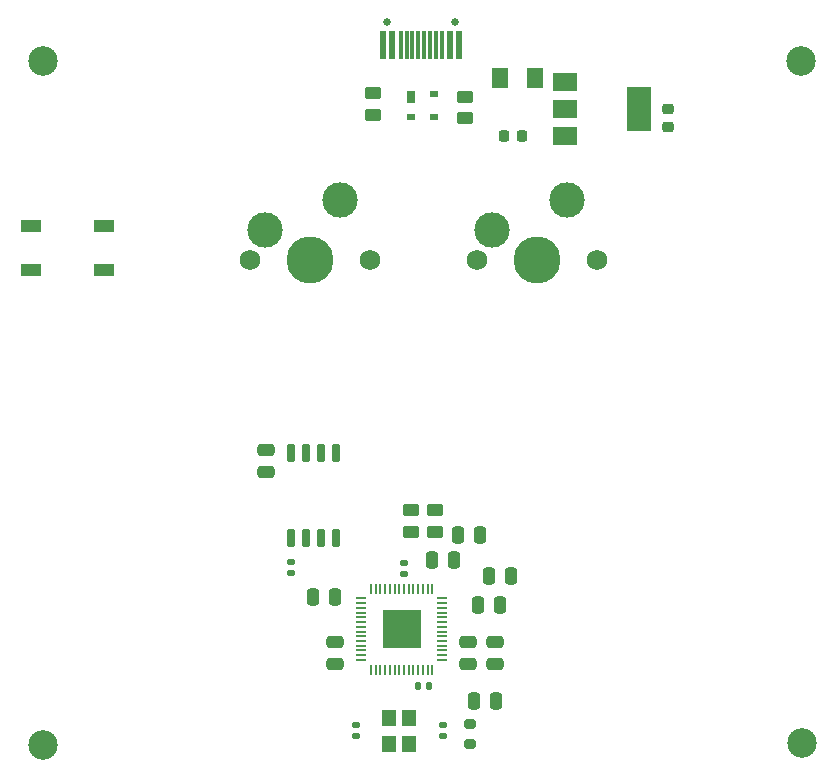
<source format=gts>
%TF.GenerationSoftware,KiCad,Pcbnew,(6.0.9)*%
%TF.CreationDate,2022-11-13T08:15:32+04:00*%
%TF.ProjectId,osu keyboard,6f737520-6b65-4796-926f-6172642e6b69,rev?*%
%TF.SameCoordinates,Original*%
%TF.FileFunction,Soldermask,Top*%
%TF.FilePolarity,Negative*%
%FSLAX46Y46*%
G04 Gerber Fmt 4.6, Leading zero omitted, Abs format (unit mm)*
G04 Created by KiCad (PCBNEW (6.0.9)) date 2022-11-13 08:15:32*
%MOMM*%
%LPD*%
G01*
G04 APERTURE LIST*
G04 Aperture macros list*
%AMRoundRect*
0 Rectangle with rounded corners*
0 $1 Rounding radius*
0 $2 $3 $4 $5 $6 $7 $8 $9 X,Y pos of 4 corners*
0 Add a 4 corners polygon primitive as box body*
4,1,4,$2,$3,$4,$5,$6,$7,$8,$9,$2,$3,0*
0 Add four circle primitives for the rounded corners*
1,1,$1+$1,$2,$3*
1,1,$1+$1,$4,$5*
1,1,$1+$1,$6,$7*
1,1,$1+$1,$8,$9*
0 Add four rect primitives between the rounded corners*
20,1,$1+$1,$2,$3,$4,$5,0*
20,1,$1+$1,$4,$5,$6,$7,0*
20,1,$1+$1,$6,$7,$8,$9,0*
20,1,$1+$1,$8,$9,$2,$3,0*%
G04 Aperture macros list end*
%ADD10C,3.987800*%
%ADD11C,1.750000*%
%ADD12C,3.000000*%
%ADD13RoundRect,0.250000X0.450000X-0.262500X0.450000X0.262500X-0.450000X0.262500X-0.450000X-0.262500X0*%
%ADD14R,0.700000X1.000000*%
%ADD15R,0.700000X0.600000*%
%ADD16RoundRect,0.250000X-0.250000X-0.475000X0.250000X-0.475000X0.250000X0.475000X-0.250000X0.475000X0*%
%ADD17C,2.500000*%
%ADD18RoundRect,0.140000X0.170000X-0.140000X0.170000X0.140000X-0.170000X0.140000X-0.170000X-0.140000X0*%
%ADD19C,0.650000*%
%ADD20R,0.600000X2.450000*%
%ADD21R,0.300000X2.450000*%
%ADD22RoundRect,0.250000X-0.475000X0.250000X-0.475000X-0.250000X0.475000X-0.250000X0.475000X0.250000X0*%
%ADD23RoundRect,0.140000X-0.140000X-0.170000X0.140000X-0.170000X0.140000X0.170000X-0.140000X0.170000X0*%
%ADD24RoundRect,0.225000X0.225000X0.250000X-0.225000X0.250000X-0.225000X-0.250000X0.225000X-0.250000X0*%
%ADD25RoundRect,0.140000X-0.170000X0.140000X-0.170000X-0.140000X0.170000X-0.140000X0.170000X0.140000X0*%
%ADD26RoundRect,0.250001X0.462499X0.624999X-0.462499X0.624999X-0.462499X-0.624999X0.462499X-0.624999X0*%
%ADD27R,1.200000X1.400000*%
%ADD28RoundRect,0.225000X-0.250000X0.225000X-0.250000X-0.225000X0.250000X-0.225000X0.250000X0.225000X0*%
%ADD29RoundRect,0.150000X0.150000X-0.650000X0.150000X0.650000X-0.150000X0.650000X-0.150000X-0.650000X0*%
%ADD30RoundRect,0.050000X-0.387500X-0.050000X0.387500X-0.050000X0.387500X0.050000X-0.387500X0.050000X0*%
%ADD31RoundRect,0.050000X-0.050000X-0.387500X0.050000X-0.387500X0.050000X0.387500X-0.050000X0.387500X0*%
%ADD32R,3.200000X3.200000*%
%ADD33RoundRect,0.250000X0.250000X0.475000X-0.250000X0.475000X-0.250000X-0.475000X0.250000X-0.475000X0*%
%ADD34RoundRect,0.200000X-0.275000X0.200000X-0.275000X-0.200000X0.275000X-0.200000X0.275000X0.200000X0*%
%ADD35RoundRect,0.250000X-0.450000X0.262500X-0.450000X-0.262500X0.450000X-0.262500X0.450000X0.262500X0*%
%ADD36R,2.000000X1.500000*%
%ADD37R,2.000000X3.800000*%
%ADD38R,1.800000X1.100000*%
G04 APERTURE END LIST*
D10*
%TO.C,MX0*%
X125476000Y-86995000D03*
D11*
X130556000Y-86995000D03*
X120396000Y-86995000D03*
D12*
X121666000Y-84455000D03*
X128016000Y-81915000D03*
%TD*%
D13*
%TO.C,R4*%
X138604214Y-74989287D03*
X138604214Y-73164287D03*
%TD*%
D14*
%TO.C,U2*%
X134001000Y-73164000D03*
D15*
X134001000Y-74864000D03*
X136001000Y-74864000D03*
X136001000Y-72964000D03*
%TD*%
D13*
%TO.C,R5*%
X130810000Y-74699500D03*
X130810000Y-72874500D03*
%TD*%
D16*
%TO.C,C4*%
X140591500Y-113760250D03*
X142491500Y-113760250D03*
%TD*%
D17*
%TO.C,REF\u002A\u002A*%
X167132000Y-127889000D03*
%TD*%
D18*
%TO.C,C5*%
X133413500Y-113605250D03*
X133413500Y-112645250D03*
%TD*%
D19*
%TO.C,USB1*%
X131996000Y-66851787D03*
X137776000Y-66851787D03*
D20*
X138111000Y-68796787D03*
X137336000Y-68796787D03*
D21*
X136636000Y-68796787D03*
X136136000Y-68796787D03*
X135636000Y-68796787D03*
X135136000Y-68796787D03*
X134636000Y-68796787D03*
X134136000Y-68796787D03*
X133636000Y-68796787D03*
X133136000Y-68796787D03*
D20*
X132436000Y-68796787D03*
X131661000Y-68796787D03*
%TD*%
D22*
%TO.C,C17*%
X121758500Y-103038250D03*
X121758500Y-104938250D03*
%TD*%
D18*
%TO.C,C15*%
X136715500Y-127321250D03*
X136715500Y-126361250D03*
%TD*%
D23*
%TO.C,C3*%
X134584500Y-123031250D03*
X135544500Y-123031250D03*
%TD*%
D24*
%TO.C,C16*%
X143443214Y-76489787D03*
X141893214Y-76489787D03*
%TD*%
D17*
%TO.C,REF\u002A\u002A*%
X167005000Y-70104000D03*
%TD*%
D25*
%TO.C,R3*%
X123888500Y-112518250D03*
X123888500Y-113478250D03*
%TD*%
D16*
%TO.C,C2*%
X137988000Y-110236000D03*
X139888000Y-110236000D03*
%TD*%
D26*
%TO.C,F1*%
X144536714Y-71536787D03*
X141561714Y-71536787D03*
%TD*%
D27*
%TO.C,Y1*%
X132182500Y-125741250D03*
X132182500Y-127941250D03*
X133882500Y-127941250D03*
X133882500Y-125741250D03*
%TD*%
D28*
%TO.C,C18*%
X155749214Y-74190787D03*
X155749214Y-75740787D03*
%TD*%
D17*
%TO.C,REF\u002A\u002A*%
X102870000Y-70104000D03*
%TD*%
D22*
%TO.C,C9*%
X127571500Y-119287250D03*
X127571500Y-121187250D03*
%TD*%
D29*
%TO.C,U10*%
X123888500Y-110502250D03*
X125158500Y-110502250D03*
X126428500Y-110502250D03*
X127698500Y-110502250D03*
X127698500Y-103302250D03*
X126428500Y-103302250D03*
X125158500Y-103302250D03*
X123888500Y-103302250D03*
%TD*%
D16*
%TO.C,C11*%
X139666119Y-116186517D03*
X141566119Y-116186517D03*
%TD*%
D17*
%TO.C,REF\u002A\u002A*%
X102870000Y-128016000D03*
%TD*%
D30*
%TO.C,U1*%
X129785500Y-115637000D03*
X129785500Y-116037000D03*
X129785500Y-116437000D03*
X129785500Y-116837000D03*
X129785500Y-117237000D03*
X129785500Y-117637000D03*
X129785500Y-118037000D03*
X129785500Y-118437000D03*
X129785500Y-118837000D03*
X129785500Y-119237000D03*
X129785500Y-119637000D03*
X129785500Y-120037000D03*
X129785500Y-120437000D03*
X129785500Y-120837000D03*
D31*
X130623000Y-121674500D03*
X131023000Y-121674500D03*
X131423000Y-121674500D03*
X131823000Y-121674500D03*
X132223000Y-121674500D03*
X132623000Y-121674500D03*
X133023000Y-121674500D03*
X133423000Y-121674500D03*
X133823000Y-121674500D03*
X134223000Y-121674500D03*
X134623000Y-121674500D03*
X135023000Y-121674500D03*
X135423000Y-121674500D03*
X135823000Y-121674500D03*
D30*
X136660500Y-120837000D03*
X136660500Y-120437000D03*
X136660500Y-120037000D03*
X136660500Y-119637000D03*
X136660500Y-119237000D03*
X136660500Y-118837000D03*
X136660500Y-118437000D03*
X136660500Y-118037000D03*
X136660500Y-117637000D03*
X136660500Y-117237000D03*
X136660500Y-116837000D03*
X136660500Y-116437000D03*
X136660500Y-116037000D03*
X136660500Y-115637000D03*
D31*
X135823000Y-114799500D03*
X135423000Y-114799500D03*
X135023000Y-114799500D03*
X134623000Y-114799500D03*
X134223000Y-114799500D03*
X133823000Y-114799500D03*
X133423000Y-114799500D03*
X133023000Y-114799500D03*
X132623000Y-114799500D03*
X132223000Y-114799500D03*
X131823000Y-114799500D03*
X131423000Y-114799500D03*
X131023000Y-114799500D03*
X130623000Y-114799500D03*
D32*
X133223000Y-118237000D03*
%TD*%
D33*
%TO.C,C7*%
X127596119Y-115551517D03*
X125696119Y-115551517D03*
%TD*%
D16*
%TO.C,C6*%
X139321500Y-124301250D03*
X141221500Y-124301250D03*
%TD*%
D22*
%TO.C,C8*%
X141160500Y-119287250D03*
X141160500Y-121187250D03*
%TD*%
D16*
%TO.C,C1*%
X135765500Y-112363250D03*
X137665500Y-112363250D03*
%TD*%
D34*
%TO.C,R6*%
X139001500Y-126270250D03*
X139001500Y-127920250D03*
%TD*%
D25*
%TO.C,C14*%
X129349500Y-126361250D03*
X129349500Y-127321250D03*
%TD*%
D22*
%TO.C,C12*%
X138874500Y-119287250D03*
X138874500Y-121187250D03*
%TD*%
D35*
%TO.C,R2*%
X136017000Y-108180500D03*
X136017000Y-110005500D03*
%TD*%
D36*
%TO.C,U3*%
X147011214Y-71903787D03*
D37*
X153311214Y-74203787D03*
D36*
X147011214Y-74203787D03*
X147011214Y-76503787D03*
%TD*%
D38*
%TO.C,SW1*%
X108002000Y-87829000D03*
X101802000Y-84129000D03*
X108002000Y-84129000D03*
X101802000Y-87829000D03*
%TD*%
D10*
%TO.C,MX1*%
X144653000Y-86995000D03*
D12*
X147193000Y-81915000D03*
D11*
X139573000Y-86995000D03*
X149733000Y-86995000D03*
D12*
X140843000Y-84455000D03*
%TD*%
D35*
%TO.C,R1*%
X133985000Y-108180500D03*
X133985000Y-110005500D03*
%TD*%
M02*

</source>
